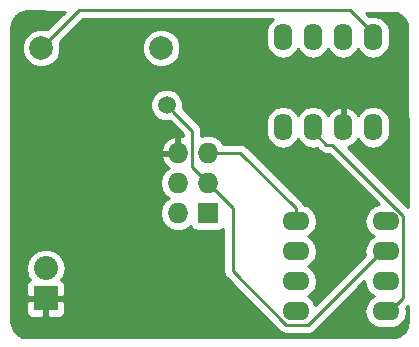
<source format=gbr>
G04 #@! TF.GenerationSoftware,KiCad,Pcbnew,(5.0.1)-4*
G04 #@! TF.CreationDate,2018-11-29T17:47:57-05:00*
G04 #@! TF.ProjectId,MagSpoofTC,4D616753706F6F6654432E6B69636164,1.0*
G04 #@! TF.SameCoordinates,Original*
G04 #@! TF.FileFunction,Copper,L2,Bot,Signal*
G04 #@! TF.FilePolarity,Positive*
%FSLAX46Y46*%
G04 Gerber Fmt 4.6, Leading zero omitted, Abs format (unit mm)*
G04 Created by KiCad (PCBNEW (5.0.1)-4) date 11/29/2018 5:47:57 PM*
%MOMM*%
%LPD*%
G01*
G04 APERTURE LIST*
G04 #@! TA.AperFunction,ComponentPad*
%ADD10O,1.600000X2.300000*%
G04 #@! TD*
G04 #@! TA.AperFunction,ComponentPad*
%ADD11O,2.300000X1.600000*%
G04 #@! TD*
G04 #@! TA.AperFunction,ComponentPad*
%ADD12C,1.998980*%
G04 #@! TD*
G04 #@! TA.AperFunction,ComponentPad*
%ADD13R,2.032000X2.032000*%
G04 #@! TD*
G04 #@! TA.AperFunction,ComponentPad*
%ADD14O,2.032000X2.032000*%
G04 #@! TD*
G04 #@! TA.AperFunction,ComponentPad*
%ADD15R,1.727200X1.727200*%
G04 #@! TD*
G04 #@! TA.AperFunction,ComponentPad*
%ADD16O,1.727200X1.727200*%
G04 #@! TD*
G04 #@! TA.AperFunction,ViaPad*
%ADD17C,1.500000*%
G04 #@! TD*
G04 #@! TA.AperFunction,Conductor*
%ADD18C,0.280000*%
G04 #@! TD*
G04 #@! TA.AperFunction,Conductor*
%ADD19C,0.254000*%
G04 #@! TD*
G04 APERTURE END LIST*
D10*
G04 #@! TO.P,U1,1*
G04 #@! TO.N,Net-(U1-Pad1)*
X126700000Y-89500000D03*
G04 #@! TO.P,U1,2*
G04 #@! TO.N,/MOSI*
X129240000Y-89500000D03*
G04 #@! TO.P,U1,3*
G04 #@! TO.N,GND*
X131780000Y-89500000D03*
G04 #@! TO.P,U1,4*
G04 #@! TO.N,/MISO*
X134320000Y-89500000D03*
G04 #@! TO.P,U1,5*
G04 #@! TO.N,Net-(L1-Pad2)*
X134320000Y-81880000D03*
G04 #@! TO.P,U1,6*
G04 #@! TO.N,VCC*
X131780000Y-81880000D03*
G04 #@! TO.P,U1,7*
G04 #@! TO.N,Net-(L1-Pad1)*
X129240000Y-81880000D03*
G04 #@! TO.P,U1,8*
G04 #@! TO.N,Net-(U1-Pad8)*
X126700000Y-81880000D03*
G04 #@! TD*
D11*
G04 #@! TO.P,IC1,1*
G04 #@! TO.N,/RST*
X127780000Y-97470000D03*
G04 #@! TO.P,IC1,2*
G04 #@! TO.N,Net-(D1-Pad2)*
X127780000Y-100010000D03*
G04 #@! TO.P,IC1,3*
G04 #@! TO.N,Net-(IC1-Pad3)*
X127780000Y-102550000D03*
G04 #@! TO.P,IC1,4*
G04 #@! TO.N,GND*
X127780000Y-105090000D03*
G04 #@! TO.P,IC1,5*
G04 #@! TO.N,/MOSI*
X135400000Y-105090000D03*
G04 #@! TO.P,IC1,6*
G04 #@! TO.N,/MISO*
X135400000Y-102550000D03*
G04 #@! TO.P,IC1,7*
G04 #@! TO.N,/SCK*
X135400000Y-100010000D03*
G04 #@! TO.P,IC1,8*
G04 #@! TO.N,VCC*
X135400000Y-97470000D03*
G04 #@! TD*
D12*
G04 #@! TO.P,L1,1*
G04 #@! TO.N,Net-(L1-Pad1)*
X116380000Y-82800000D03*
G04 #@! TO.P,L1,2*
G04 #@! TO.N,Net-(L1-Pad2)*
X106220000Y-82800000D03*
G04 #@! TD*
D13*
G04 #@! TO.P,P1,1*
G04 #@! TO.N,GND*
X106600000Y-104000000D03*
D14*
G04 #@! TO.P,P1,2*
G04 #@! TO.N,VCC*
X106600000Y-101460000D03*
G04 #@! TD*
D15*
G04 #@! TO.P,P2,1*
G04 #@! TO.N,/MISO*
X120340000Y-96780000D03*
D16*
G04 #@! TO.P,P2,2*
G04 #@! TO.N,VCC*
X117800000Y-96780000D03*
G04 #@! TO.P,P2,3*
G04 #@! TO.N,/SCK*
X120340000Y-94240000D03*
G04 #@! TO.P,P2,4*
G04 #@! TO.N,/MOSI*
X117800000Y-94240000D03*
G04 #@! TO.P,P2,5*
G04 #@! TO.N,/RST*
X120340000Y-91700000D03*
G04 #@! TO.P,P2,6*
G04 #@! TO.N,GND*
X117800000Y-91700000D03*
G04 #@! TD*
D17*
G04 #@! TO.N,/SCK*
X116840066Y-87630000D03*
G04 #@! TD*
D18*
G04 #@! TO.N,/RST*
X127780000Y-97470000D02*
X127780000Y-96390000D01*
X127780000Y-96390000D02*
X123090000Y-91700000D01*
X123090000Y-91700000D02*
X120340000Y-91700000D01*
G04 #@! TO.N,/MOSI*
X129240000Y-89500000D02*
X129240000Y-89850000D01*
X129240000Y-89850000D02*
X130380010Y-90990010D01*
X136890010Y-96997793D02*
X136890010Y-103949990D01*
X130380010Y-90990010D02*
X130882227Y-90990010D01*
X130882227Y-90990010D02*
X136890010Y-96997793D01*
X136890010Y-103949990D02*
X135750000Y-105090000D01*
X135750000Y-105090000D02*
X135400000Y-105090000D01*
X135400000Y-105090000D02*
X135050000Y-105090000D01*
X135400000Y-105090000D02*
X135400000Y-104512217D01*
G04 #@! TO.N,/SCK*
X126957793Y-106230010D02*
X128829990Y-106230010D01*
X128829990Y-106230010D02*
X135050000Y-100010000D01*
X135050000Y-100010000D02*
X135400000Y-100010000D01*
X120340000Y-94240000D02*
X122429990Y-96329990D01*
X122429990Y-96329990D02*
X122429990Y-101702207D01*
X122429990Y-101702207D02*
X126957793Y-106230010D01*
X135750000Y-100010000D02*
X135400000Y-100010000D01*
X119003601Y-89793535D02*
X117590065Y-88379999D01*
X117590065Y-88379999D02*
X116840066Y-87630000D01*
X119003601Y-92903601D02*
X119003601Y-89793535D01*
X120340000Y-94240000D02*
X119003601Y-92903601D01*
G04 #@! TO.N,Net-(L1-Pad2)*
X106220000Y-82800000D02*
X109420000Y-79600000D01*
X109420000Y-79600000D02*
X132390000Y-79600000D01*
X132390000Y-79600000D02*
X134320000Y-81530000D01*
X134320000Y-81530000D02*
X134320000Y-81880000D01*
G04 #@! TD*
D19*
G04 #@! TO.N,GND*
G36*
X108203360Y-79720625D02*
X106695985Y-81228000D01*
X106545120Y-81165510D01*
X105894880Y-81165510D01*
X105294136Y-81414346D01*
X104834346Y-81874136D01*
X104585510Y-82474880D01*
X104585510Y-83125120D01*
X104834346Y-83725864D01*
X105294136Y-84185654D01*
X105894880Y-84434490D01*
X106545120Y-84434490D01*
X107145864Y-84185654D01*
X107605654Y-83725864D01*
X107854490Y-83125120D01*
X107854490Y-82474880D01*
X114745510Y-82474880D01*
X114745510Y-83125120D01*
X114994346Y-83725864D01*
X115454136Y-84185654D01*
X116054880Y-84434490D01*
X116705120Y-84434490D01*
X117305864Y-84185654D01*
X117765654Y-83725864D01*
X118014490Y-83125120D01*
X118014490Y-82474880D01*
X117765654Y-81874136D01*
X117305864Y-81414346D01*
X116705120Y-81165510D01*
X116054880Y-81165510D01*
X115454136Y-81414346D01*
X114994346Y-81874136D01*
X114745510Y-82474880D01*
X107854490Y-82474880D01*
X107792000Y-82324015D01*
X109741015Y-80375000D01*
X125845650Y-80375000D01*
X125665423Y-80495424D01*
X125348260Y-80970092D01*
X125265000Y-81388668D01*
X125265000Y-82371333D01*
X125348260Y-82789909D01*
X125665424Y-83264577D01*
X126140092Y-83581740D01*
X126700000Y-83693113D01*
X127259909Y-83581740D01*
X127734577Y-83264577D01*
X127970000Y-82912241D01*
X128205424Y-83264577D01*
X128680092Y-83581740D01*
X129240000Y-83693113D01*
X129799909Y-83581740D01*
X130274577Y-83264577D01*
X130510000Y-82912241D01*
X130745424Y-83264577D01*
X131220092Y-83581740D01*
X131780000Y-83693113D01*
X132339909Y-83581740D01*
X132814577Y-83264577D01*
X133050000Y-82912241D01*
X133285424Y-83264577D01*
X133760092Y-83581740D01*
X134320000Y-83693113D01*
X134879909Y-83581740D01*
X135354577Y-83264577D01*
X135671740Y-82789909D01*
X135755000Y-82371332D01*
X135755000Y-81388667D01*
X135671740Y-80970091D01*
X135354576Y-80495423D01*
X134879908Y-80178260D01*
X134320000Y-80066887D01*
X134013808Y-80127792D01*
X133688587Y-79802571D01*
X135948283Y-79809837D01*
X136331961Y-79864784D01*
X136637232Y-80003583D01*
X136891282Y-80222487D01*
X137073678Y-80503889D01*
X137176798Y-80848697D01*
X137190105Y-81027768D01*
X137251046Y-96262813D01*
X132212323Y-91224091D01*
X132704896Y-90954500D01*
X133047501Y-90528501D01*
X133285424Y-90884577D01*
X133760092Y-91201740D01*
X134320000Y-91313113D01*
X134879909Y-91201740D01*
X135354577Y-90884577D01*
X135671740Y-90409909D01*
X135755000Y-89991332D01*
X135755000Y-89008667D01*
X135671740Y-88590091D01*
X135354576Y-88115423D01*
X134879908Y-87798260D01*
X134320000Y-87686887D01*
X133760091Y-87798260D01*
X133285423Y-88115424D01*
X133047501Y-88471499D01*
X132704896Y-88045500D01*
X132211819Y-87775633D01*
X132129039Y-87758096D01*
X131907000Y-87880085D01*
X131907000Y-89373000D01*
X131927000Y-89373000D01*
X131927000Y-89627000D01*
X131907000Y-89627000D01*
X131907000Y-89647000D01*
X131653000Y-89647000D01*
X131653000Y-89627000D01*
X131633000Y-89627000D01*
X131633000Y-89373000D01*
X131653000Y-89373000D01*
X131653000Y-87880085D01*
X131430961Y-87758096D01*
X131348181Y-87775633D01*
X130855104Y-88045500D01*
X130512499Y-88471499D01*
X130274576Y-88115423D01*
X129799908Y-87798260D01*
X129240000Y-87686887D01*
X128680091Y-87798260D01*
X128205423Y-88115424D01*
X127970000Y-88467759D01*
X127734576Y-88115423D01*
X127259908Y-87798260D01*
X126700000Y-87686887D01*
X126140091Y-87798260D01*
X125665423Y-88115424D01*
X125348260Y-88590092D01*
X125265000Y-89008668D01*
X125265000Y-89991333D01*
X125348260Y-90409909D01*
X125665424Y-90884577D01*
X126140092Y-91201740D01*
X126700000Y-91313113D01*
X127259909Y-91201740D01*
X127734577Y-90884577D01*
X127970000Y-90532241D01*
X128205424Y-90884577D01*
X128680092Y-91201740D01*
X129240000Y-91313113D01*
X129546192Y-91252208D01*
X129778029Y-91484044D01*
X129821266Y-91548754D01*
X129885975Y-91591991D01*
X130077620Y-91720044D01*
X130380010Y-91780193D01*
X130456340Y-91765010D01*
X130561212Y-91765010D01*
X134844054Y-96047852D01*
X134490091Y-96118260D01*
X134015423Y-96435423D01*
X133698260Y-96910091D01*
X133586887Y-97470000D01*
X133698260Y-98029909D01*
X134015423Y-98504577D01*
X134367758Y-98740000D01*
X134015423Y-98975423D01*
X133698260Y-99450091D01*
X133586887Y-100010000D01*
X133647793Y-100316192D01*
X129434132Y-104529853D01*
X129234500Y-104165104D01*
X128808501Y-103822499D01*
X129164577Y-103584577D01*
X129481740Y-103109909D01*
X129593113Y-102550000D01*
X129481740Y-101990091D01*
X129164577Y-101515423D01*
X128812242Y-101280000D01*
X129164577Y-101044577D01*
X129481740Y-100569909D01*
X129593113Y-100010000D01*
X129481740Y-99450091D01*
X129164577Y-98975423D01*
X128812242Y-98740000D01*
X129164577Y-98504577D01*
X129481740Y-98029909D01*
X129593113Y-97470000D01*
X129481740Y-96910091D01*
X129164577Y-96435423D01*
X128689909Y-96118260D01*
X128506081Y-96081694D01*
X128381981Y-95895965D01*
X128338744Y-95831256D01*
X128274035Y-95788019D01*
X123691983Y-91205968D01*
X123648744Y-91141256D01*
X123392390Y-90969966D01*
X123166330Y-90925000D01*
X123090000Y-90909817D01*
X123013670Y-90925000D01*
X121624512Y-90925000D01*
X121420430Y-90619570D01*
X120924725Y-90288350D01*
X120487598Y-90201400D01*
X120192402Y-90201400D01*
X119778601Y-90283710D01*
X119778601Y-89869865D01*
X119793784Y-89793535D01*
X119733635Y-89491145D01*
X119605582Y-89299500D01*
X119562345Y-89234791D01*
X119497635Y-89191554D01*
X118221115Y-87915034D01*
X118225066Y-87905494D01*
X118225066Y-87354506D01*
X118014213Y-86845460D01*
X117624606Y-86455853D01*
X117115560Y-86245000D01*
X116564572Y-86245000D01*
X116055526Y-86455853D01*
X115665919Y-86845460D01*
X115455066Y-87354506D01*
X115455066Y-87905494D01*
X115665919Y-88414540D01*
X116055526Y-88804147D01*
X116564572Y-89015000D01*
X117115560Y-89015000D01*
X117125100Y-89011049D01*
X118228602Y-90114552D01*
X118228602Y-90277640D01*
X118159027Y-90245032D01*
X117927000Y-90365531D01*
X117927000Y-91573000D01*
X117947000Y-91573000D01*
X117947000Y-91827000D01*
X117927000Y-91827000D01*
X117927000Y-91847000D01*
X117673000Y-91847000D01*
X117673000Y-91827000D01*
X116466183Y-91827000D01*
X116345042Y-92059026D01*
X116517312Y-92474947D01*
X116911510Y-92906821D01*
X117021021Y-92958146D01*
X116719570Y-93159570D01*
X116388350Y-93655275D01*
X116272041Y-94240000D01*
X116388350Y-94824725D01*
X116719570Y-95320430D01*
X117003281Y-95510000D01*
X116719570Y-95699570D01*
X116388350Y-96195275D01*
X116272041Y-96780000D01*
X116388350Y-97364725D01*
X116719570Y-97860430D01*
X117215275Y-98191650D01*
X117652402Y-98278600D01*
X117947598Y-98278600D01*
X118384725Y-98191650D01*
X118873068Y-97865349D01*
X118878243Y-97891365D01*
X119018591Y-98101409D01*
X119228635Y-98241757D01*
X119476400Y-98291040D01*
X121203600Y-98291040D01*
X121451365Y-98241757D01*
X121654990Y-98105698D01*
X121654991Y-101625872D01*
X121639807Y-101702207D01*
X121699956Y-102004596D01*
X121699957Y-102004597D01*
X121871247Y-102260951D01*
X121935956Y-102304188D01*
X126355810Y-106724042D01*
X126399049Y-106788754D01*
X126655403Y-106960044D01*
X126881463Y-107005010D01*
X126957792Y-107020193D01*
X127034121Y-107005010D01*
X128753660Y-107005010D01*
X128829990Y-107020193D01*
X128906320Y-107005010D01*
X129132380Y-106960044D01*
X129388734Y-106788754D01*
X129431973Y-106724042D01*
X133590061Y-102565954D01*
X133698260Y-103109909D01*
X134015423Y-103584577D01*
X134367758Y-103820000D01*
X134015423Y-104055423D01*
X133698260Y-104530091D01*
X133586887Y-105090000D01*
X133698260Y-105649909D01*
X134015423Y-106124577D01*
X134490091Y-106441740D01*
X134908667Y-106525000D01*
X135891333Y-106525000D01*
X136309909Y-106441740D01*
X136784577Y-106124577D01*
X137101740Y-105649909D01*
X137213113Y-105090000D01*
X137152208Y-104783808D01*
X137284601Y-104651415D01*
X137289798Y-105950829D01*
X137231197Y-106360027D01*
X137080661Y-106691112D01*
X136843251Y-106966639D01*
X136538056Y-107164456D01*
X136166083Y-107275700D01*
X135973652Y-107290000D01*
X105050580Y-107290000D01*
X104639973Y-107231197D01*
X104308888Y-107080661D01*
X104033361Y-106843251D01*
X103835544Y-106538056D01*
X103724300Y-106166083D01*
X103710000Y-105973652D01*
X103710000Y-104285750D01*
X104949000Y-104285750D01*
X104949000Y-105142310D01*
X105045673Y-105375699D01*
X105224302Y-105554327D01*
X105457691Y-105651000D01*
X106314250Y-105651000D01*
X106473000Y-105492250D01*
X106473000Y-104127000D01*
X106727000Y-104127000D01*
X106727000Y-105492250D01*
X106885750Y-105651000D01*
X107742309Y-105651000D01*
X107975698Y-105554327D01*
X108154327Y-105375699D01*
X108251000Y-105142310D01*
X108251000Y-104285750D01*
X108092250Y-104127000D01*
X106727000Y-104127000D01*
X106473000Y-104127000D01*
X105107750Y-104127000D01*
X104949000Y-104285750D01*
X103710000Y-104285750D01*
X103710000Y-101460000D01*
X104916655Y-101460000D01*
X105044792Y-102104188D01*
X105262416Y-102429886D01*
X105224302Y-102445673D01*
X105045673Y-102624301D01*
X104949000Y-102857690D01*
X104949000Y-103714250D01*
X105107750Y-103873000D01*
X106473000Y-103873000D01*
X106473000Y-103853000D01*
X106727000Y-103853000D01*
X106727000Y-103873000D01*
X108092250Y-103873000D01*
X108251000Y-103714250D01*
X108251000Y-102857690D01*
X108154327Y-102624301D01*
X107975698Y-102445673D01*
X107937584Y-102429886D01*
X108155208Y-102104188D01*
X108283345Y-101460000D01*
X108155208Y-100815812D01*
X107790305Y-100269695D01*
X107244188Y-99904792D01*
X106762609Y-99809000D01*
X106437391Y-99809000D01*
X105955812Y-99904792D01*
X105409695Y-100269695D01*
X105044792Y-100815812D01*
X104916655Y-101460000D01*
X103710000Y-101460000D01*
X103710000Y-91340974D01*
X116345042Y-91340974D01*
X116466183Y-91573000D01*
X117673000Y-91573000D01*
X117673000Y-90365531D01*
X117440973Y-90245032D01*
X116911510Y-90493179D01*
X116517312Y-90925053D01*
X116345042Y-91340974D01*
X103710000Y-91340974D01*
X103710000Y-81132788D01*
X103749932Y-80701324D01*
X103884006Y-80362476D01*
X104107794Y-80074880D01*
X104403307Y-79861652D01*
X104769521Y-79731879D01*
X104945371Y-79710149D01*
X108203360Y-79720625D01*
X108203360Y-79720625D01*
G37*
X108203360Y-79720625D02*
X106695985Y-81228000D01*
X106545120Y-81165510D01*
X105894880Y-81165510D01*
X105294136Y-81414346D01*
X104834346Y-81874136D01*
X104585510Y-82474880D01*
X104585510Y-83125120D01*
X104834346Y-83725864D01*
X105294136Y-84185654D01*
X105894880Y-84434490D01*
X106545120Y-84434490D01*
X107145864Y-84185654D01*
X107605654Y-83725864D01*
X107854490Y-83125120D01*
X107854490Y-82474880D01*
X114745510Y-82474880D01*
X114745510Y-83125120D01*
X114994346Y-83725864D01*
X115454136Y-84185654D01*
X116054880Y-84434490D01*
X116705120Y-84434490D01*
X117305864Y-84185654D01*
X117765654Y-83725864D01*
X118014490Y-83125120D01*
X118014490Y-82474880D01*
X117765654Y-81874136D01*
X117305864Y-81414346D01*
X116705120Y-81165510D01*
X116054880Y-81165510D01*
X115454136Y-81414346D01*
X114994346Y-81874136D01*
X114745510Y-82474880D01*
X107854490Y-82474880D01*
X107792000Y-82324015D01*
X109741015Y-80375000D01*
X125845650Y-80375000D01*
X125665423Y-80495424D01*
X125348260Y-80970092D01*
X125265000Y-81388668D01*
X125265000Y-82371333D01*
X125348260Y-82789909D01*
X125665424Y-83264577D01*
X126140092Y-83581740D01*
X126700000Y-83693113D01*
X127259909Y-83581740D01*
X127734577Y-83264577D01*
X127970000Y-82912241D01*
X128205424Y-83264577D01*
X128680092Y-83581740D01*
X129240000Y-83693113D01*
X129799909Y-83581740D01*
X130274577Y-83264577D01*
X130510000Y-82912241D01*
X130745424Y-83264577D01*
X131220092Y-83581740D01*
X131780000Y-83693113D01*
X132339909Y-83581740D01*
X132814577Y-83264577D01*
X133050000Y-82912241D01*
X133285424Y-83264577D01*
X133760092Y-83581740D01*
X134320000Y-83693113D01*
X134879909Y-83581740D01*
X135354577Y-83264577D01*
X135671740Y-82789909D01*
X135755000Y-82371332D01*
X135755000Y-81388667D01*
X135671740Y-80970091D01*
X135354576Y-80495423D01*
X134879908Y-80178260D01*
X134320000Y-80066887D01*
X134013808Y-80127792D01*
X133688587Y-79802571D01*
X135948283Y-79809837D01*
X136331961Y-79864784D01*
X136637232Y-80003583D01*
X136891282Y-80222487D01*
X137073678Y-80503889D01*
X137176798Y-80848697D01*
X137190105Y-81027768D01*
X137251046Y-96262813D01*
X132212323Y-91224091D01*
X132704896Y-90954500D01*
X133047501Y-90528501D01*
X133285424Y-90884577D01*
X133760092Y-91201740D01*
X134320000Y-91313113D01*
X134879909Y-91201740D01*
X135354577Y-90884577D01*
X135671740Y-90409909D01*
X135755000Y-89991332D01*
X135755000Y-89008667D01*
X135671740Y-88590091D01*
X135354576Y-88115423D01*
X134879908Y-87798260D01*
X134320000Y-87686887D01*
X133760091Y-87798260D01*
X133285423Y-88115424D01*
X133047501Y-88471499D01*
X132704896Y-88045500D01*
X132211819Y-87775633D01*
X132129039Y-87758096D01*
X131907000Y-87880085D01*
X131907000Y-89373000D01*
X131927000Y-89373000D01*
X131927000Y-89627000D01*
X131907000Y-89627000D01*
X131907000Y-89647000D01*
X131653000Y-89647000D01*
X131653000Y-89627000D01*
X131633000Y-89627000D01*
X131633000Y-89373000D01*
X131653000Y-89373000D01*
X131653000Y-87880085D01*
X131430961Y-87758096D01*
X131348181Y-87775633D01*
X130855104Y-88045500D01*
X130512499Y-88471499D01*
X130274576Y-88115423D01*
X129799908Y-87798260D01*
X129240000Y-87686887D01*
X128680091Y-87798260D01*
X128205423Y-88115424D01*
X127970000Y-88467759D01*
X127734576Y-88115423D01*
X127259908Y-87798260D01*
X126700000Y-87686887D01*
X126140091Y-87798260D01*
X125665423Y-88115424D01*
X125348260Y-88590092D01*
X125265000Y-89008668D01*
X125265000Y-89991333D01*
X125348260Y-90409909D01*
X125665424Y-90884577D01*
X126140092Y-91201740D01*
X126700000Y-91313113D01*
X127259909Y-91201740D01*
X127734577Y-90884577D01*
X127970000Y-90532241D01*
X128205424Y-90884577D01*
X128680092Y-91201740D01*
X129240000Y-91313113D01*
X129546192Y-91252208D01*
X129778029Y-91484044D01*
X129821266Y-91548754D01*
X129885975Y-91591991D01*
X130077620Y-91720044D01*
X130380010Y-91780193D01*
X130456340Y-91765010D01*
X130561212Y-91765010D01*
X134844054Y-96047852D01*
X134490091Y-96118260D01*
X134015423Y-96435423D01*
X133698260Y-96910091D01*
X133586887Y-97470000D01*
X133698260Y-98029909D01*
X134015423Y-98504577D01*
X134367758Y-98740000D01*
X134015423Y-98975423D01*
X133698260Y-99450091D01*
X133586887Y-100010000D01*
X133647793Y-100316192D01*
X129434132Y-104529853D01*
X129234500Y-104165104D01*
X128808501Y-103822499D01*
X129164577Y-103584577D01*
X129481740Y-103109909D01*
X129593113Y-102550000D01*
X129481740Y-101990091D01*
X129164577Y-101515423D01*
X128812242Y-101280000D01*
X129164577Y-101044577D01*
X129481740Y-100569909D01*
X129593113Y-100010000D01*
X129481740Y-99450091D01*
X129164577Y-98975423D01*
X128812242Y-98740000D01*
X129164577Y-98504577D01*
X129481740Y-98029909D01*
X129593113Y-97470000D01*
X129481740Y-96910091D01*
X129164577Y-96435423D01*
X128689909Y-96118260D01*
X128506081Y-96081694D01*
X128381981Y-95895965D01*
X128338744Y-95831256D01*
X128274035Y-95788019D01*
X123691983Y-91205968D01*
X123648744Y-91141256D01*
X123392390Y-90969966D01*
X123166330Y-90925000D01*
X123090000Y-90909817D01*
X123013670Y-90925000D01*
X121624512Y-90925000D01*
X121420430Y-90619570D01*
X120924725Y-90288350D01*
X120487598Y-90201400D01*
X120192402Y-90201400D01*
X119778601Y-90283710D01*
X119778601Y-89869865D01*
X119793784Y-89793535D01*
X119733635Y-89491145D01*
X119605582Y-89299500D01*
X119562345Y-89234791D01*
X119497635Y-89191554D01*
X118221115Y-87915034D01*
X118225066Y-87905494D01*
X118225066Y-87354506D01*
X118014213Y-86845460D01*
X117624606Y-86455853D01*
X117115560Y-86245000D01*
X116564572Y-86245000D01*
X116055526Y-86455853D01*
X115665919Y-86845460D01*
X115455066Y-87354506D01*
X115455066Y-87905494D01*
X115665919Y-88414540D01*
X116055526Y-88804147D01*
X116564572Y-89015000D01*
X117115560Y-89015000D01*
X117125100Y-89011049D01*
X118228602Y-90114552D01*
X118228602Y-90277640D01*
X118159027Y-90245032D01*
X117927000Y-90365531D01*
X117927000Y-91573000D01*
X117947000Y-91573000D01*
X117947000Y-91827000D01*
X117927000Y-91827000D01*
X117927000Y-91847000D01*
X117673000Y-91847000D01*
X117673000Y-91827000D01*
X116466183Y-91827000D01*
X116345042Y-92059026D01*
X116517312Y-92474947D01*
X116911510Y-92906821D01*
X117021021Y-92958146D01*
X116719570Y-93159570D01*
X116388350Y-93655275D01*
X116272041Y-94240000D01*
X116388350Y-94824725D01*
X116719570Y-95320430D01*
X117003281Y-95510000D01*
X116719570Y-95699570D01*
X116388350Y-96195275D01*
X116272041Y-96780000D01*
X116388350Y-97364725D01*
X116719570Y-97860430D01*
X117215275Y-98191650D01*
X117652402Y-98278600D01*
X117947598Y-98278600D01*
X118384725Y-98191650D01*
X118873068Y-97865349D01*
X118878243Y-97891365D01*
X119018591Y-98101409D01*
X119228635Y-98241757D01*
X119476400Y-98291040D01*
X121203600Y-98291040D01*
X121451365Y-98241757D01*
X121654990Y-98105698D01*
X121654991Y-101625872D01*
X121639807Y-101702207D01*
X121699956Y-102004596D01*
X121699957Y-102004597D01*
X121871247Y-102260951D01*
X121935956Y-102304188D01*
X126355810Y-106724042D01*
X126399049Y-106788754D01*
X126655403Y-106960044D01*
X126881463Y-107005010D01*
X126957792Y-107020193D01*
X127034121Y-107005010D01*
X128753660Y-107005010D01*
X128829990Y-107020193D01*
X128906320Y-107005010D01*
X129132380Y-106960044D01*
X129388734Y-106788754D01*
X129431973Y-106724042D01*
X133590061Y-102565954D01*
X133698260Y-103109909D01*
X134015423Y-103584577D01*
X134367758Y-103820000D01*
X134015423Y-104055423D01*
X133698260Y-104530091D01*
X133586887Y-105090000D01*
X133698260Y-105649909D01*
X134015423Y-106124577D01*
X134490091Y-106441740D01*
X134908667Y-106525000D01*
X135891333Y-106525000D01*
X136309909Y-106441740D01*
X136784577Y-106124577D01*
X137101740Y-105649909D01*
X137213113Y-105090000D01*
X137152208Y-104783808D01*
X137284601Y-104651415D01*
X137289798Y-105950829D01*
X137231197Y-106360027D01*
X137080661Y-106691112D01*
X136843251Y-106966639D01*
X136538056Y-107164456D01*
X136166083Y-107275700D01*
X135973652Y-107290000D01*
X105050580Y-107290000D01*
X104639973Y-107231197D01*
X104308888Y-107080661D01*
X104033361Y-106843251D01*
X103835544Y-106538056D01*
X103724300Y-106166083D01*
X103710000Y-105973652D01*
X103710000Y-104285750D01*
X104949000Y-104285750D01*
X104949000Y-105142310D01*
X105045673Y-105375699D01*
X105224302Y-105554327D01*
X105457691Y-105651000D01*
X106314250Y-105651000D01*
X106473000Y-105492250D01*
X106473000Y-104127000D01*
X106727000Y-104127000D01*
X106727000Y-105492250D01*
X106885750Y-105651000D01*
X107742309Y-105651000D01*
X107975698Y-105554327D01*
X108154327Y-105375699D01*
X108251000Y-105142310D01*
X108251000Y-104285750D01*
X108092250Y-104127000D01*
X106727000Y-104127000D01*
X106473000Y-104127000D01*
X105107750Y-104127000D01*
X104949000Y-104285750D01*
X103710000Y-104285750D01*
X103710000Y-101460000D01*
X104916655Y-101460000D01*
X105044792Y-102104188D01*
X105262416Y-102429886D01*
X105224302Y-102445673D01*
X105045673Y-102624301D01*
X104949000Y-102857690D01*
X104949000Y-103714250D01*
X105107750Y-103873000D01*
X106473000Y-103873000D01*
X106473000Y-103853000D01*
X106727000Y-103853000D01*
X106727000Y-103873000D01*
X108092250Y-103873000D01*
X108251000Y-103714250D01*
X108251000Y-102857690D01*
X108154327Y-102624301D01*
X107975698Y-102445673D01*
X107937584Y-102429886D01*
X108155208Y-102104188D01*
X108283345Y-101460000D01*
X108155208Y-100815812D01*
X107790305Y-100269695D01*
X107244188Y-99904792D01*
X106762609Y-99809000D01*
X106437391Y-99809000D01*
X105955812Y-99904792D01*
X105409695Y-100269695D01*
X105044792Y-100815812D01*
X104916655Y-101460000D01*
X103710000Y-101460000D01*
X103710000Y-91340974D01*
X116345042Y-91340974D01*
X116466183Y-91573000D01*
X117673000Y-91573000D01*
X117673000Y-90365531D01*
X117440973Y-90245032D01*
X116911510Y-90493179D01*
X116517312Y-90925053D01*
X116345042Y-91340974D01*
X103710000Y-91340974D01*
X103710000Y-81132788D01*
X103749932Y-80701324D01*
X103884006Y-80362476D01*
X104107794Y-80074880D01*
X104403307Y-79861652D01*
X104769521Y-79731879D01*
X104945371Y-79710149D01*
X108203360Y-79720625D01*
G36*
X127907000Y-104963000D02*
X127927000Y-104963000D01*
X127927000Y-105217000D01*
X127907000Y-105217000D01*
X127907000Y-105237000D01*
X127653000Y-105237000D01*
X127653000Y-105217000D01*
X127633000Y-105217000D01*
X127633000Y-104963000D01*
X127653000Y-104963000D01*
X127653000Y-104943000D01*
X127907000Y-104943000D01*
X127907000Y-104963000D01*
X127907000Y-104963000D01*
G37*
X127907000Y-104963000D02*
X127927000Y-104963000D01*
X127927000Y-105217000D01*
X127907000Y-105217000D01*
X127907000Y-105237000D01*
X127653000Y-105237000D01*
X127653000Y-105217000D01*
X127633000Y-105217000D01*
X127633000Y-104963000D01*
X127653000Y-104963000D01*
X127653000Y-104943000D01*
X127907000Y-104943000D01*
X127907000Y-104963000D01*
G04 #@! TD*
M02*

</source>
